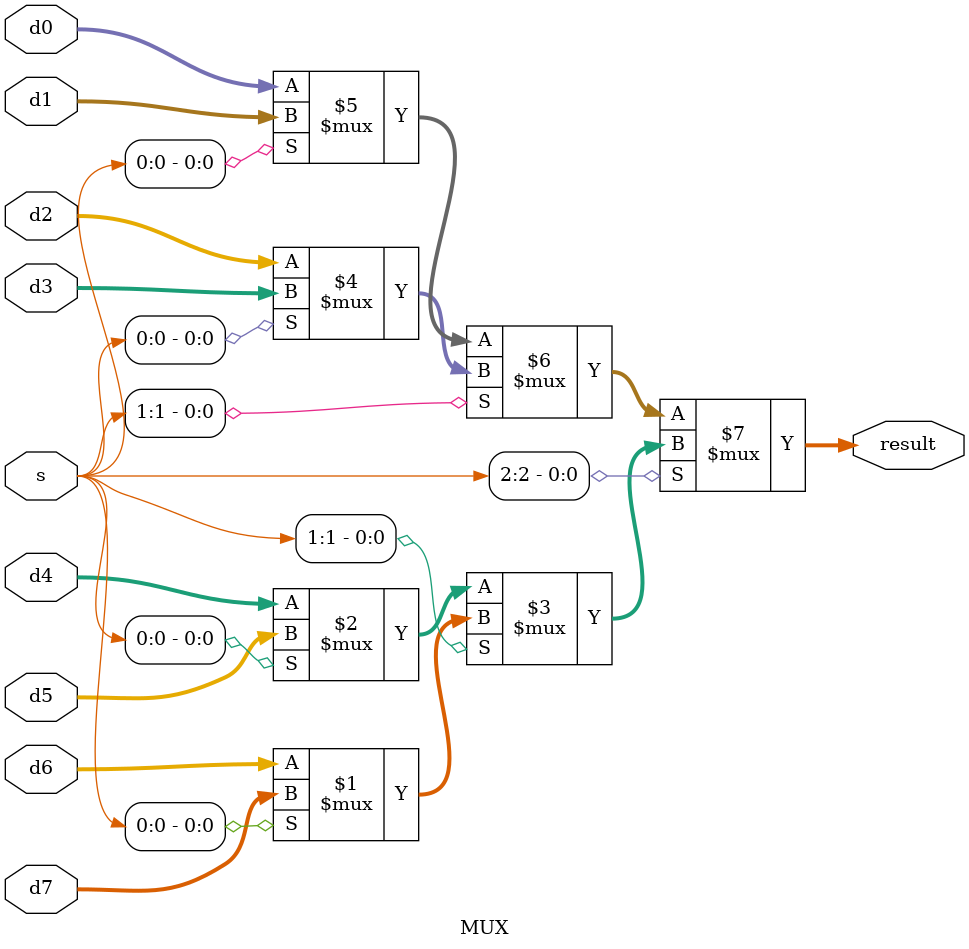
<source format=sv>
module MUX
			#(parameter width = 3)
			 (input logic [width-1:0] d0, d1, d2, d3, d4, d5, d6, d7,
			  input logic [2:0] s,
			  output logic [width-1:0] result);
			  
	assign result = s[2] ? (s[1] ? (s[0] ? d7 : d6) : (s[0] ? d5 : d4)) : (s[1] ? (s[0] ? d3 : d2) : (s[0] ? d1 : d0));
	
endmodule

</source>
